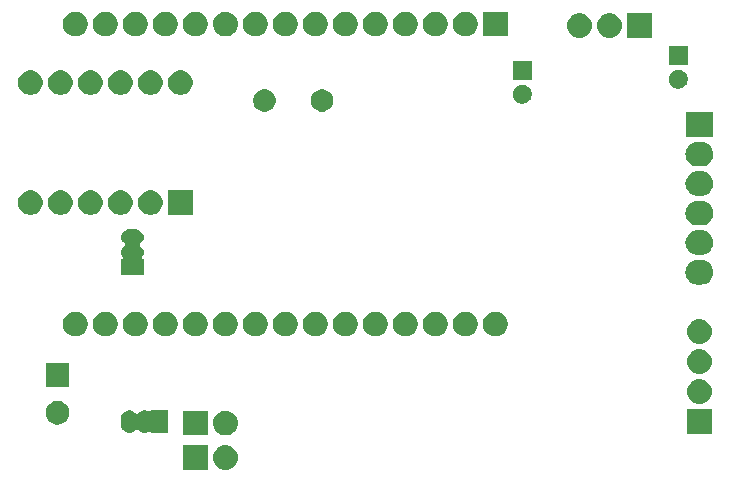
<source format=gbs>
%TF.GenerationSoftware,KiCad,Pcbnew,(5.0.0)*%
%TF.CreationDate,2019-11-04T22:18:49+01:00*%
%TF.ProjectId,PSAVanCanBridge_v14,50534156616E43616E4272696467655F,rev?*%
%TF.SameCoordinates,Original*%
%TF.FileFunction,Soldermask,Bot*%
%TF.FilePolarity,Negative*%
%FSLAX46Y46*%
G04 Gerber Fmt 4.6, Leading zero omitted, Abs format (unit mm)*
G04 Created by KiCad (PCBNEW (5.0.0)) date 11/04/19 22:18:49*
%MOMM*%
%LPD*%
G01*
G04 APERTURE LIST*
%ADD10C,0.100000*%
G04 APERTURE END LIST*
D10*
G36*
X70232707Y-88365596D02*
X70309836Y-88373193D01*
X70441787Y-88413220D01*
X70507763Y-88433233D01*
X70690172Y-88530733D01*
X70850054Y-88661946D01*
X70981267Y-88821828D01*
X71078767Y-89004237D01*
X71078767Y-89004238D01*
X71138807Y-89202164D01*
X71159080Y-89408000D01*
X71138807Y-89613836D01*
X71098780Y-89745787D01*
X71078767Y-89811763D01*
X70981267Y-89994172D01*
X70850054Y-90154054D01*
X70690172Y-90285267D01*
X70507763Y-90382767D01*
X70441787Y-90402780D01*
X70309836Y-90442807D01*
X70232707Y-90450403D01*
X70155580Y-90458000D01*
X70052420Y-90458000D01*
X69975293Y-90450403D01*
X69898164Y-90442807D01*
X69766213Y-90402780D01*
X69700237Y-90382767D01*
X69517828Y-90285267D01*
X69357946Y-90154054D01*
X69226733Y-89994172D01*
X69129233Y-89811763D01*
X69109220Y-89745787D01*
X69069193Y-89613836D01*
X69048920Y-89408000D01*
X69069193Y-89202164D01*
X69129233Y-89004238D01*
X69129233Y-89004237D01*
X69226733Y-88821828D01*
X69357946Y-88661946D01*
X69517828Y-88530733D01*
X69700237Y-88433233D01*
X69766213Y-88413220D01*
X69898164Y-88373193D01*
X69975293Y-88365596D01*
X70052420Y-88358000D01*
X70155580Y-88358000D01*
X70232707Y-88365596D01*
X70232707Y-88365596D01*
G37*
G36*
X68614000Y-90458000D02*
X66514000Y-90458000D01*
X66514000Y-88358000D01*
X68614000Y-88358000D01*
X68614000Y-90458000D01*
X68614000Y-90458000D01*
G37*
G36*
X70232707Y-85444597D02*
X70309836Y-85452193D01*
X70441787Y-85492220D01*
X70507763Y-85512233D01*
X70690172Y-85609733D01*
X70850054Y-85740946D01*
X70981267Y-85900828D01*
X71078767Y-86083237D01*
X71078767Y-86083238D01*
X71138807Y-86281164D01*
X71159080Y-86487000D01*
X71138807Y-86692836D01*
X71098780Y-86824787D01*
X71078767Y-86890763D01*
X70981267Y-87073172D01*
X70850054Y-87233054D01*
X70690172Y-87364267D01*
X70507763Y-87461767D01*
X70441787Y-87481780D01*
X70309836Y-87521807D01*
X70232707Y-87529403D01*
X70155580Y-87537000D01*
X70052420Y-87537000D01*
X69975293Y-87529403D01*
X69898164Y-87521807D01*
X69766213Y-87481780D01*
X69700237Y-87461767D01*
X69517828Y-87364267D01*
X69357946Y-87233054D01*
X69226733Y-87073172D01*
X69129233Y-86890763D01*
X69109220Y-86824787D01*
X69069193Y-86692836D01*
X69048920Y-86487000D01*
X69069193Y-86281164D01*
X69129233Y-86083238D01*
X69129233Y-86083237D01*
X69226733Y-85900828D01*
X69357946Y-85740946D01*
X69517828Y-85609733D01*
X69700237Y-85512233D01*
X69766213Y-85492220D01*
X69898164Y-85452193D01*
X69975293Y-85444597D01*
X70052420Y-85437000D01*
X70155580Y-85437000D01*
X70232707Y-85444597D01*
X70232707Y-85444597D01*
G37*
G36*
X68614000Y-87537000D02*
X66514000Y-87537000D01*
X66514000Y-85437000D01*
X68614000Y-85437000D01*
X68614000Y-87537000D01*
X68614000Y-87537000D01*
G37*
G36*
X111286000Y-87410000D02*
X109186000Y-87410000D01*
X109186000Y-85310000D01*
X111286000Y-85310000D01*
X111286000Y-87410000D01*
X111286000Y-87410000D01*
G37*
G36*
X62023375Y-85411159D02*
X62118125Y-85420491D01*
X62209234Y-85448128D01*
X62254789Y-85461947D01*
X62380738Y-85529269D01*
X62491132Y-85619868D01*
X62514374Y-85648188D01*
X62531701Y-85665515D01*
X62552075Y-85679129D01*
X62574714Y-85688507D01*
X62598748Y-85693287D01*
X62623252Y-85693287D01*
X62647286Y-85688507D01*
X62669925Y-85679129D01*
X62690299Y-85665515D01*
X62707625Y-85648190D01*
X62730870Y-85619867D01*
X62841263Y-85529269D01*
X62967212Y-85461947D01*
X63012767Y-85448128D01*
X63103876Y-85420491D01*
X63246000Y-85406493D01*
X63246001Y-85406493D01*
X63293375Y-85411159D01*
X63388125Y-85420491D01*
X63479234Y-85448128D01*
X63524789Y-85461947D01*
X63607075Y-85505931D01*
X63629713Y-85515308D01*
X63653747Y-85520089D01*
X63678251Y-85520089D01*
X63702285Y-85515309D01*
X63724924Y-85505932D01*
X63745298Y-85492318D01*
X63762626Y-85474991D01*
X63776240Y-85454616D01*
X63785617Y-85431978D01*
X63789989Y-85410000D01*
X65241000Y-85410000D01*
X65241000Y-87310000D01*
X63789591Y-87310000D01*
X63788598Y-87299923D01*
X63781485Y-87276474D01*
X63769934Y-87254863D01*
X63754388Y-87235921D01*
X63735446Y-87220375D01*
X63713835Y-87208824D01*
X63690386Y-87201711D01*
X63666000Y-87199309D01*
X63641614Y-87201711D01*
X63618165Y-87208824D01*
X63607075Y-87214069D01*
X63524788Y-87258053D01*
X63479233Y-87271872D01*
X63388124Y-87299509D01*
X63246000Y-87313507D01*
X63245999Y-87313507D01*
X63198625Y-87308841D01*
X63103875Y-87299509D01*
X63012766Y-87271872D01*
X62967211Y-87258053D01*
X62841262Y-87190731D01*
X62730868Y-87100132D01*
X62707626Y-87071812D01*
X62690299Y-87054485D01*
X62669925Y-87040871D01*
X62647286Y-87031493D01*
X62623252Y-87026713D01*
X62598748Y-87026713D01*
X62574714Y-87031493D01*
X62552075Y-87040871D01*
X62531701Y-87054485D01*
X62514374Y-87071812D01*
X62491132Y-87100132D01*
X62380737Y-87190731D01*
X62254788Y-87258053D01*
X62209233Y-87271872D01*
X62118124Y-87299509D01*
X61976000Y-87313507D01*
X61975999Y-87313507D01*
X61928625Y-87308841D01*
X61833875Y-87299509D01*
X61742766Y-87271872D01*
X61697211Y-87258053D01*
X61571262Y-87190731D01*
X61460868Y-87100132D01*
X61370269Y-86989737D01*
X61302947Y-86863788D01*
X61289128Y-86818233D01*
X61261491Y-86727124D01*
X61251000Y-86620606D01*
X61251000Y-86099393D01*
X61261491Y-85992875D01*
X61302947Y-85856212D01*
X61302947Y-85856211D01*
X61370268Y-85730265D01*
X61370269Y-85730263D01*
X61460869Y-85619868D01*
X61460871Y-85619866D01*
X61571263Y-85529269D01*
X61697212Y-85461947D01*
X61742767Y-85448128D01*
X61833876Y-85420491D01*
X61976000Y-85406493D01*
X61976001Y-85406493D01*
X62023375Y-85411159D01*
X62023375Y-85411159D01*
G37*
G36*
X56055770Y-84638372D02*
X56171689Y-84661429D01*
X56353678Y-84736811D01*
X56517463Y-84846249D01*
X56656751Y-84985537D01*
X56766189Y-85149322D01*
X56841571Y-85331311D01*
X56856525Y-85406493D01*
X56880000Y-85524507D01*
X56880000Y-85721493D01*
X56864628Y-85798770D01*
X56841571Y-85914689D01*
X56766189Y-86096678D01*
X56656751Y-86260463D01*
X56517463Y-86399751D01*
X56353678Y-86509189D01*
X56171689Y-86584571D01*
X56055770Y-86607628D01*
X55978493Y-86623000D01*
X55781507Y-86623000D01*
X55704230Y-86607628D01*
X55588311Y-86584571D01*
X55406322Y-86509189D01*
X55242537Y-86399751D01*
X55103249Y-86260463D01*
X54993811Y-86096678D01*
X54918429Y-85914689D01*
X54895372Y-85798770D01*
X54880000Y-85721493D01*
X54880000Y-85524507D01*
X54903475Y-85406493D01*
X54918429Y-85331311D01*
X54993811Y-85149322D01*
X55103249Y-84985537D01*
X55242537Y-84846249D01*
X55406322Y-84736811D01*
X55588311Y-84661429D01*
X55704230Y-84638372D01*
X55781507Y-84623000D01*
X55978493Y-84623000D01*
X56055770Y-84638372D01*
X56055770Y-84638372D01*
G37*
G36*
X110364707Y-82777596D02*
X110441836Y-82785193D01*
X110573787Y-82825220D01*
X110639763Y-82845233D01*
X110822172Y-82942733D01*
X110982054Y-83073946D01*
X111113267Y-83233828D01*
X111210767Y-83416237D01*
X111210767Y-83416238D01*
X111270807Y-83614164D01*
X111291080Y-83820000D01*
X111270807Y-84025836D01*
X111230780Y-84157787D01*
X111210767Y-84223763D01*
X111113267Y-84406172D01*
X110982054Y-84566054D01*
X110822172Y-84697267D01*
X110639763Y-84794767D01*
X110573787Y-84814780D01*
X110441836Y-84854807D01*
X110364707Y-84862403D01*
X110287580Y-84870000D01*
X110184420Y-84870000D01*
X110107293Y-84862403D01*
X110030164Y-84854807D01*
X109898213Y-84814780D01*
X109832237Y-84794767D01*
X109649828Y-84697267D01*
X109489946Y-84566054D01*
X109358733Y-84406172D01*
X109261233Y-84223763D01*
X109241220Y-84157787D01*
X109201193Y-84025836D01*
X109180920Y-83820000D01*
X109201193Y-83614164D01*
X109261233Y-83416238D01*
X109261233Y-83416237D01*
X109358733Y-83233828D01*
X109489946Y-83073946D01*
X109649828Y-82942733D01*
X109832237Y-82845233D01*
X109898213Y-82825220D01*
X110030164Y-82785193D01*
X110107293Y-82777596D01*
X110184420Y-82770000D01*
X110287580Y-82770000D01*
X110364707Y-82777596D01*
X110364707Y-82777596D01*
G37*
G36*
X56880000Y-83423000D02*
X54880000Y-83423000D01*
X54880000Y-81423000D01*
X56880000Y-81423000D01*
X56880000Y-83423000D01*
X56880000Y-83423000D01*
G37*
G36*
X110364707Y-80237597D02*
X110441836Y-80245193D01*
X110573787Y-80285220D01*
X110639763Y-80305233D01*
X110822172Y-80402733D01*
X110982054Y-80533946D01*
X111113267Y-80693828D01*
X111210767Y-80876237D01*
X111210767Y-80876238D01*
X111270807Y-81074164D01*
X111291080Y-81280000D01*
X111270807Y-81485836D01*
X111230780Y-81617787D01*
X111210767Y-81683763D01*
X111113267Y-81866172D01*
X110982054Y-82026054D01*
X110822172Y-82157267D01*
X110639763Y-82254767D01*
X110573787Y-82274780D01*
X110441836Y-82314807D01*
X110364707Y-82322404D01*
X110287580Y-82330000D01*
X110184420Y-82330000D01*
X110107293Y-82322404D01*
X110030164Y-82314807D01*
X109898213Y-82274780D01*
X109832237Y-82254767D01*
X109649828Y-82157267D01*
X109489946Y-82026054D01*
X109358733Y-81866172D01*
X109261233Y-81683763D01*
X109241220Y-81617787D01*
X109201193Y-81485836D01*
X109180920Y-81280000D01*
X109201193Y-81074164D01*
X109261233Y-80876238D01*
X109261233Y-80876237D01*
X109358733Y-80693828D01*
X109489946Y-80533946D01*
X109649828Y-80402733D01*
X109832237Y-80305233D01*
X109898213Y-80285220D01*
X110030164Y-80245193D01*
X110107293Y-80237597D01*
X110184420Y-80230000D01*
X110287580Y-80230000D01*
X110364707Y-80237597D01*
X110364707Y-80237597D01*
G37*
G36*
X110364707Y-77697597D02*
X110441836Y-77705193D01*
X110573787Y-77745220D01*
X110639763Y-77765233D01*
X110822172Y-77862733D01*
X110982054Y-77993946D01*
X111113267Y-78153828D01*
X111210767Y-78336237D01*
X111210767Y-78336238D01*
X111270807Y-78534164D01*
X111291080Y-78740000D01*
X111270807Y-78945836D01*
X111243609Y-79035497D01*
X111210767Y-79143763D01*
X111113267Y-79326172D01*
X110982054Y-79486054D01*
X110822172Y-79617267D01*
X110639763Y-79714767D01*
X110573787Y-79734780D01*
X110441836Y-79774807D01*
X110364707Y-79782403D01*
X110287580Y-79790000D01*
X110184420Y-79790000D01*
X110107293Y-79782403D01*
X110030164Y-79774807D01*
X109898213Y-79734780D01*
X109832237Y-79714767D01*
X109649828Y-79617267D01*
X109489946Y-79486054D01*
X109358733Y-79326172D01*
X109261233Y-79143763D01*
X109228391Y-79035497D01*
X109201193Y-78945836D01*
X109180920Y-78740000D01*
X109201193Y-78534164D01*
X109261233Y-78336238D01*
X109261233Y-78336237D01*
X109358733Y-78153828D01*
X109489946Y-77993946D01*
X109649828Y-77862733D01*
X109832237Y-77765233D01*
X109898213Y-77745220D01*
X110030164Y-77705193D01*
X110107293Y-77697597D01*
X110184420Y-77690000D01*
X110287580Y-77690000D01*
X110364707Y-77697597D01*
X110364707Y-77697597D01*
G37*
G36*
X93089888Y-77059470D02*
X93270274Y-77095350D01*
X93461362Y-77174502D01*
X93633336Y-77289411D01*
X93779589Y-77435664D01*
X93894498Y-77607638D01*
X93973650Y-77798726D01*
X94014000Y-78001584D01*
X94014000Y-78208416D01*
X93973650Y-78411274D01*
X93894498Y-78602362D01*
X93779589Y-78774336D01*
X93633336Y-78920589D01*
X93461362Y-79035498D01*
X93270274Y-79114650D01*
X93089888Y-79150530D01*
X93067417Y-79155000D01*
X92860583Y-79155000D01*
X92838112Y-79150530D01*
X92657726Y-79114650D01*
X92466638Y-79035498D01*
X92294664Y-78920589D01*
X92148411Y-78774336D01*
X92033502Y-78602362D01*
X91954350Y-78411274D01*
X91914000Y-78208416D01*
X91914000Y-78001584D01*
X91954350Y-77798726D01*
X92033502Y-77607638D01*
X92148411Y-77435664D01*
X92294664Y-77289411D01*
X92466638Y-77174502D01*
X92657726Y-77095350D01*
X92838112Y-77059470D01*
X92860583Y-77055000D01*
X93067417Y-77055000D01*
X93089888Y-77059470D01*
X93089888Y-77059470D01*
G37*
G36*
X90549888Y-77059470D02*
X90730274Y-77095350D01*
X90921362Y-77174502D01*
X91093336Y-77289411D01*
X91239589Y-77435664D01*
X91354498Y-77607638D01*
X91433650Y-77798726D01*
X91474000Y-78001584D01*
X91474000Y-78208416D01*
X91433650Y-78411274D01*
X91354498Y-78602362D01*
X91239589Y-78774336D01*
X91093336Y-78920589D01*
X90921362Y-79035498D01*
X90730274Y-79114650D01*
X90549888Y-79150530D01*
X90527417Y-79155000D01*
X90320583Y-79155000D01*
X90298112Y-79150530D01*
X90117726Y-79114650D01*
X89926638Y-79035498D01*
X89754664Y-78920589D01*
X89608411Y-78774336D01*
X89493502Y-78602362D01*
X89414350Y-78411274D01*
X89374000Y-78208416D01*
X89374000Y-78001584D01*
X89414350Y-77798726D01*
X89493502Y-77607638D01*
X89608411Y-77435664D01*
X89754664Y-77289411D01*
X89926638Y-77174502D01*
X90117726Y-77095350D01*
X90298112Y-77059470D01*
X90320583Y-77055000D01*
X90527417Y-77055000D01*
X90549888Y-77059470D01*
X90549888Y-77059470D01*
G37*
G36*
X88009888Y-77059470D02*
X88190274Y-77095350D01*
X88381362Y-77174502D01*
X88553336Y-77289411D01*
X88699589Y-77435664D01*
X88814498Y-77607638D01*
X88893650Y-77798726D01*
X88934000Y-78001584D01*
X88934000Y-78208416D01*
X88893650Y-78411274D01*
X88814498Y-78602362D01*
X88699589Y-78774336D01*
X88553336Y-78920589D01*
X88381362Y-79035498D01*
X88190274Y-79114650D01*
X88009888Y-79150530D01*
X87987417Y-79155000D01*
X87780583Y-79155000D01*
X87758112Y-79150530D01*
X87577726Y-79114650D01*
X87386638Y-79035498D01*
X87214664Y-78920589D01*
X87068411Y-78774336D01*
X86953502Y-78602362D01*
X86874350Y-78411274D01*
X86834000Y-78208416D01*
X86834000Y-78001584D01*
X86874350Y-77798726D01*
X86953502Y-77607638D01*
X87068411Y-77435664D01*
X87214664Y-77289411D01*
X87386638Y-77174502D01*
X87577726Y-77095350D01*
X87758112Y-77059470D01*
X87780583Y-77055000D01*
X87987417Y-77055000D01*
X88009888Y-77059470D01*
X88009888Y-77059470D01*
G37*
G36*
X85469888Y-77059470D02*
X85650274Y-77095350D01*
X85841362Y-77174502D01*
X86013336Y-77289411D01*
X86159589Y-77435664D01*
X86274498Y-77607638D01*
X86353650Y-77798726D01*
X86394000Y-78001584D01*
X86394000Y-78208416D01*
X86353650Y-78411274D01*
X86274498Y-78602362D01*
X86159589Y-78774336D01*
X86013336Y-78920589D01*
X85841362Y-79035498D01*
X85650274Y-79114650D01*
X85469888Y-79150530D01*
X85447417Y-79155000D01*
X85240583Y-79155000D01*
X85218112Y-79150530D01*
X85037726Y-79114650D01*
X84846638Y-79035498D01*
X84674664Y-78920589D01*
X84528411Y-78774336D01*
X84413502Y-78602362D01*
X84334350Y-78411274D01*
X84294000Y-78208416D01*
X84294000Y-78001584D01*
X84334350Y-77798726D01*
X84413502Y-77607638D01*
X84528411Y-77435664D01*
X84674664Y-77289411D01*
X84846638Y-77174502D01*
X85037726Y-77095350D01*
X85218112Y-77059470D01*
X85240583Y-77055000D01*
X85447417Y-77055000D01*
X85469888Y-77059470D01*
X85469888Y-77059470D01*
G37*
G36*
X67689888Y-77059470D02*
X67870274Y-77095350D01*
X68061362Y-77174502D01*
X68233336Y-77289411D01*
X68379589Y-77435664D01*
X68494498Y-77607638D01*
X68573650Y-77798726D01*
X68614000Y-78001584D01*
X68614000Y-78208416D01*
X68573650Y-78411274D01*
X68494498Y-78602362D01*
X68379589Y-78774336D01*
X68233336Y-78920589D01*
X68061362Y-79035498D01*
X67870274Y-79114650D01*
X67689888Y-79150530D01*
X67667417Y-79155000D01*
X67460583Y-79155000D01*
X67438112Y-79150530D01*
X67257726Y-79114650D01*
X67066638Y-79035498D01*
X66894664Y-78920589D01*
X66748411Y-78774336D01*
X66633502Y-78602362D01*
X66554350Y-78411274D01*
X66514000Y-78208416D01*
X66514000Y-78001584D01*
X66554350Y-77798726D01*
X66633502Y-77607638D01*
X66748411Y-77435664D01*
X66894664Y-77289411D01*
X67066638Y-77174502D01*
X67257726Y-77095350D01*
X67438112Y-77059470D01*
X67460583Y-77055000D01*
X67667417Y-77055000D01*
X67689888Y-77059470D01*
X67689888Y-77059470D01*
G37*
G36*
X82929888Y-77059470D02*
X83110274Y-77095350D01*
X83301362Y-77174502D01*
X83473336Y-77289411D01*
X83619589Y-77435664D01*
X83734498Y-77607638D01*
X83813650Y-77798726D01*
X83854000Y-78001584D01*
X83854000Y-78208416D01*
X83813650Y-78411274D01*
X83734498Y-78602362D01*
X83619589Y-78774336D01*
X83473336Y-78920589D01*
X83301362Y-79035498D01*
X83110274Y-79114650D01*
X82929888Y-79150530D01*
X82907417Y-79155000D01*
X82700583Y-79155000D01*
X82678112Y-79150530D01*
X82497726Y-79114650D01*
X82306638Y-79035498D01*
X82134664Y-78920589D01*
X81988411Y-78774336D01*
X81873502Y-78602362D01*
X81794350Y-78411274D01*
X81754000Y-78208416D01*
X81754000Y-78001584D01*
X81794350Y-77798726D01*
X81873502Y-77607638D01*
X81988411Y-77435664D01*
X82134664Y-77289411D01*
X82306638Y-77174502D01*
X82497726Y-77095350D01*
X82678112Y-77059470D01*
X82700583Y-77055000D01*
X82907417Y-77055000D01*
X82929888Y-77059470D01*
X82929888Y-77059470D01*
G37*
G36*
X80389888Y-77059470D02*
X80570274Y-77095350D01*
X80761362Y-77174502D01*
X80933336Y-77289411D01*
X81079589Y-77435664D01*
X81194498Y-77607638D01*
X81273650Y-77798726D01*
X81314000Y-78001584D01*
X81314000Y-78208416D01*
X81273650Y-78411274D01*
X81194498Y-78602362D01*
X81079589Y-78774336D01*
X80933336Y-78920589D01*
X80761362Y-79035498D01*
X80570274Y-79114650D01*
X80389888Y-79150530D01*
X80367417Y-79155000D01*
X80160583Y-79155000D01*
X80138112Y-79150530D01*
X79957726Y-79114650D01*
X79766638Y-79035498D01*
X79594664Y-78920589D01*
X79448411Y-78774336D01*
X79333502Y-78602362D01*
X79254350Y-78411274D01*
X79214000Y-78208416D01*
X79214000Y-78001584D01*
X79254350Y-77798726D01*
X79333502Y-77607638D01*
X79448411Y-77435664D01*
X79594664Y-77289411D01*
X79766638Y-77174502D01*
X79957726Y-77095350D01*
X80138112Y-77059470D01*
X80160583Y-77055000D01*
X80367417Y-77055000D01*
X80389888Y-77059470D01*
X80389888Y-77059470D01*
G37*
G36*
X77849888Y-77059470D02*
X78030274Y-77095350D01*
X78221362Y-77174502D01*
X78393336Y-77289411D01*
X78539589Y-77435664D01*
X78654498Y-77607638D01*
X78733650Y-77798726D01*
X78774000Y-78001584D01*
X78774000Y-78208416D01*
X78733650Y-78411274D01*
X78654498Y-78602362D01*
X78539589Y-78774336D01*
X78393336Y-78920589D01*
X78221362Y-79035498D01*
X78030274Y-79114650D01*
X77849888Y-79150530D01*
X77827417Y-79155000D01*
X77620583Y-79155000D01*
X77598112Y-79150530D01*
X77417726Y-79114650D01*
X77226638Y-79035498D01*
X77054664Y-78920589D01*
X76908411Y-78774336D01*
X76793502Y-78602362D01*
X76714350Y-78411274D01*
X76674000Y-78208416D01*
X76674000Y-78001584D01*
X76714350Y-77798726D01*
X76793502Y-77607638D01*
X76908411Y-77435664D01*
X77054664Y-77289411D01*
X77226638Y-77174502D01*
X77417726Y-77095350D01*
X77598112Y-77059470D01*
X77620583Y-77055000D01*
X77827417Y-77055000D01*
X77849888Y-77059470D01*
X77849888Y-77059470D01*
G37*
G36*
X75309888Y-77059470D02*
X75490274Y-77095350D01*
X75681362Y-77174502D01*
X75853336Y-77289411D01*
X75999589Y-77435664D01*
X76114498Y-77607638D01*
X76193650Y-77798726D01*
X76234000Y-78001584D01*
X76234000Y-78208416D01*
X76193650Y-78411274D01*
X76114498Y-78602362D01*
X75999589Y-78774336D01*
X75853336Y-78920589D01*
X75681362Y-79035498D01*
X75490274Y-79114650D01*
X75309888Y-79150530D01*
X75287417Y-79155000D01*
X75080583Y-79155000D01*
X75058112Y-79150530D01*
X74877726Y-79114650D01*
X74686638Y-79035498D01*
X74514664Y-78920589D01*
X74368411Y-78774336D01*
X74253502Y-78602362D01*
X74174350Y-78411274D01*
X74134000Y-78208416D01*
X74134000Y-78001584D01*
X74174350Y-77798726D01*
X74253502Y-77607638D01*
X74368411Y-77435664D01*
X74514664Y-77289411D01*
X74686638Y-77174502D01*
X74877726Y-77095350D01*
X75058112Y-77059470D01*
X75080583Y-77055000D01*
X75287417Y-77055000D01*
X75309888Y-77059470D01*
X75309888Y-77059470D01*
G37*
G36*
X72769888Y-77059470D02*
X72950274Y-77095350D01*
X73141362Y-77174502D01*
X73313336Y-77289411D01*
X73459589Y-77435664D01*
X73574498Y-77607638D01*
X73653650Y-77798726D01*
X73694000Y-78001584D01*
X73694000Y-78208416D01*
X73653650Y-78411274D01*
X73574498Y-78602362D01*
X73459589Y-78774336D01*
X73313336Y-78920589D01*
X73141362Y-79035498D01*
X72950274Y-79114650D01*
X72769888Y-79150530D01*
X72747417Y-79155000D01*
X72540583Y-79155000D01*
X72518112Y-79150530D01*
X72337726Y-79114650D01*
X72146638Y-79035498D01*
X71974664Y-78920589D01*
X71828411Y-78774336D01*
X71713502Y-78602362D01*
X71634350Y-78411274D01*
X71594000Y-78208416D01*
X71594000Y-78001584D01*
X71634350Y-77798726D01*
X71713502Y-77607638D01*
X71828411Y-77435664D01*
X71974664Y-77289411D01*
X72146638Y-77174502D01*
X72337726Y-77095350D01*
X72518112Y-77059470D01*
X72540583Y-77055000D01*
X72747417Y-77055000D01*
X72769888Y-77059470D01*
X72769888Y-77059470D01*
G37*
G36*
X70229888Y-77059470D02*
X70410274Y-77095350D01*
X70601362Y-77174502D01*
X70773336Y-77289411D01*
X70919589Y-77435664D01*
X71034498Y-77607638D01*
X71113650Y-77798726D01*
X71154000Y-78001584D01*
X71154000Y-78208416D01*
X71113650Y-78411274D01*
X71034498Y-78602362D01*
X70919589Y-78774336D01*
X70773336Y-78920589D01*
X70601362Y-79035498D01*
X70410274Y-79114650D01*
X70229888Y-79150530D01*
X70207417Y-79155000D01*
X70000583Y-79155000D01*
X69978112Y-79150530D01*
X69797726Y-79114650D01*
X69606638Y-79035498D01*
X69434664Y-78920589D01*
X69288411Y-78774336D01*
X69173502Y-78602362D01*
X69094350Y-78411274D01*
X69054000Y-78208416D01*
X69054000Y-78001584D01*
X69094350Y-77798726D01*
X69173502Y-77607638D01*
X69288411Y-77435664D01*
X69434664Y-77289411D01*
X69606638Y-77174502D01*
X69797726Y-77095350D01*
X69978112Y-77059470D01*
X70000583Y-77055000D01*
X70207417Y-77055000D01*
X70229888Y-77059470D01*
X70229888Y-77059470D01*
G37*
G36*
X65149888Y-77059470D02*
X65330274Y-77095350D01*
X65521362Y-77174502D01*
X65693336Y-77289411D01*
X65839589Y-77435664D01*
X65954498Y-77607638D01*
X66033650Y-77798726D01*
X66074000Y-78001584D01*
X66074000Y-78208416D01*
X66033650Y-78411274D01*
X65954498Y-78602362D01*
X65839589Y-78774336D01*
X65693336Y-78920589D01*
X65521362Y-79035498D01*
X65330274Y-79114650D01*
X65149888Y-79150530D01*
X65127417Y-79155000D01*
X64920583Y-79155000D01*
X64898112Y-79150530D01*
X64717726Y-79114650D01*
X64526638Y-79035498D01*
X64354664Y-78920589D01*
X64208411Y-78774336D01*
X64093502Y-78602362D01*
X64014350Y-78411274D01*
X63974000Y-78208416D01*
X63974000Y-78001584D01*
X64014350Y-77798726D01*
X64093502Y-77607638D01*
X64208411Y-77435664D01*
X64354664Y-77289411D01*
X64526638Y-77174502D01*
X64717726Y-77095350D01*
X64898112Y-77059470D01*
X64920583Y-77055000D01*
X65127417Y-77055000D01*
X65149888Y-77059470D01*
X65149888Y-77059470D01*
G37*
G36*
X62609888Y-77059470D02*
X62790274Y-77095350D01*
X62981362Y-77174502D01*
X63153336Y-77289411D01*
X63299589Y-77435664D01*
X63414498Y-77607638D01*
X63493650Y-77798726D01*
X63534000Y-78001584D01*
X63534000Y-78208416D01*
X63493650Y-78411274D01*
X63414498Y-78602362D01*
X63299589Y-78774336D01*
X63153336Y-78920589D01*
X62981362Y-79035498D01*
X62790274Y-79114650D01*
X62609888Y-79150530D01*
X62587417Y-79155000D01*
X62380583Y-79155000D01*
X62358112Y-79150530D01*
X62177726Y-79114650D01*
X61986638Y-79035498D01*
X61814664Y-78920589D01*
X61668411Y-78774336D01*
X61553502Y-78602362D01*
X61474350Y-78411274D01*
X61434000Y-78208416D01*
X61434000Y-78001584D01*
X61474350Y-77798726D01*
X61553502Y-77607638D01*
X61668411Y-77435664D01*
X61814664Y-77289411D01*
X61986638Y-77174502D01*
X62177726Y-77095350D01*
X62358112Y-77059470D01*
X62380583Y-77055000D01*
X62587417Y-77055000D01*
X62609888Y-77059470D01*
X62609888Y-77059470D01*
G37*
G36*
X57529888Y-77059470D02*
X57710274Y-77095350D01*
X57901362Y-77174502D01*
X58073336Y-77289411D01*
X58219589Y-77435664D01*
X58334498Y-77607638D01*
X58413650Y-77798726D01*
X58454000Y-78001584D01*
X58454000Y-78208416D01*
X58413650Y-78411274D01*
X58334498Y-78602362D01*
X58219589Y-78774336D01*
X58073336Y-78920589D01*
X57901362Y-79035498D01*
X57710274Y-79114650D01*
X57529888Y-79150530D01*
X57507417Y-79155000D01*
X57300583Y-79155000D01*
X57278112Y-79150530D01*
X57097726Y-79114650D01*
X56906638Y-79035498D01*
X56734664Y-78920589D01*
X56588411Y-78774336D01*
X56473502Y-78602362D01*
X56394350Y-78411274D01*
X56354000Y-78208416D01*
X56354000Y-78001584D01*
X56394350Y-77798726D01*
X56473502Y-77607638D01*
X56588411Y-77435664D01*
X56734664Y-77289411D01*
X56906638Y-77174502D01*
X57097726Y-77095350D01*
X57278112Y-77059470D01*
X57300583Y-77055000D01*
X57507417Y-77055000D01*
X57529888Y-77059470D01*
X57529888Y-77059470D01*
G37*
G36*
X60069888Y-77059470D02*
X60250274Y-77095350D01*
X60441362Y-77174502D01*
X60613336Y-77289411D01*
X60759589Y-77435664D01*
X60874498Y-77607638D01*
X60953650Y-77798726D01*
X60994000Y-78001584D01*
X60994000Y-78208416D01*
X60953650Y-78411274D01*
X60874498Y-78602362D01*
X60759589Y-78774336D01*
X60613336Y-78920589D01*
X60441362Y-79035498D01*
X60250274Y-79114650D01*
X60069888Y-79150530D01*
X60047417Y-79155000D01*
X59840583Y-79155000D01*
X59818112Y-79150530D01*
X59637726Y-79114650D01*
X59446638Y-79035498D01*
X59274664Y-78920589D01*
X59128411Y-78774336D01*
X59013502Y-78602362D01*
X58934350Y-78411274D01*
X58894000Y-78208416D01*
X58894000Y-78001584D01*
X58934350Y-77798726D01*
X59013502Y-77607638D01*
X59128411Y-77435664D01*
X59274664Y-77289411D01*
X59446638Y-77174502D01*
X59637726Y-77095350D01*
X59818112Y-77059470D01*
X59840583Y-77055000D01*
X60047417Y-77055000D01*
X60069888Y-77059470D01*
X60069888Y-77059470D01*
G37*
G36*
X110489707Y-72671597D02*
X110566836Y-72679193D01*
X110698787Y-72719220D01*
X110764763Y-72739233D01*
X110947172Y-72836733D01*
X111107054Y-72967946D01*
X111238267Y-73127828D01*
X111335767Y-73310237D01*
X111335767Y-73310238D01*
X111395807Y-73508164D01*
X111416080Y-73714000D01*
X111395807Y-73919836D01*
X111393027Y-73929000D01*
X111335767Y-74117763D01*
X111238267Y-74300172D01*
X111107054Y-74460054D01*
X110947172Y-74591267D01*
X110764763Y-74688767D01*
X110698787Y-74708780D01*
X110566836Y-74748807D01*
X110489707Y-74756404D01*
X110412580Y-74764000D01*
X110059420Y-74764000D01*
X109982293Y-74756404D01*
X109905164Y-74748807D01*
X109773213Y-74708780D01*
X109707237Y-74688767D01*
X109524828Y-74591267D01*
X109364946Y-74460054D01*
X109233733Y-74300172D01*
X109136233Y-74117763D01*
X109078973Y-73929000D01*
X109076193Y-73919836D01*
X109055920Y-73714000D01*
X109076193Y-73508164D01*
X109136233Y-73310238D01*
X109136233Y-73310237D01*
X109233733Y-73127828D01*
X109364946Y-72967946D01*
X109524828Y-72836733D01*
X109707237Y-72739233D01*
X109773213Y-72719220D01*
X109905164Y-72679193D01*
X109982293Y-72671597D01*
X110059420Y-72664000D01*
X110412580Y-72664000D01*
X110489707Y-72671597D01*
X110489707Y-72671597D01*
G37*
G36*
X62645486Y-70097229D02*
X62657423Y-70098405D01*
X62718685Y-70116989D01*
X62779948Y-70135573D01*
X62892868Y-70195930D01*
X62991843Y-70277157D01*
X63073070Y-70376132D01*
X63133427Y-70489052D01*
X63170595Y-70611578D01*
X63183145Y-70739000D01*
X63170595Y-70866422D01*
X63133427Y-70988948D01*
X63073070Y-71101868D01*
X62991843Y-71200843D01*
X62991841Y-71200844D01*
X62991840Y-71200846D01*
X62898590Y-71277374D01*
X62881263Y-71294701D01*
X62867649Y-71315075D01*
X62858271Y-71337714D01*
X62853491Y-71361748D01*
X62853491Y-71386252D01*
X62858271Y-71410285D01*
X62867649Y-71432924D01*
X62881263Y-71453299D01*
X62898590Y-71470626D01*
X62991840Y-71547154D01*
X62991841Y-71547156D01*
X62991843Y-71547157D01*
X63073070Y-71646132D01*
X63133427Y-71759052D01*
X63170595Y-71881578D01*
X63183145Y-72009000D01*
X63170595Y-72136422D01*
X63133427Y-72258948D01*
X63073070Y-72371868D01*
X63029706Y-72424707D01*
X63016097Y-72445076D01*
X63006719Y-72467715D01*
X63001939Y-72491748D01*
X63001939Y-72516253D01*
X63006720Y-72540286D01*
X63016097Y-72562925D01*
X63029711Y-72583299D01*
X63047038Y-72600627D01*
X63067413Y-72614240D01*
X63090052Y-72623618D01*
X63126337Y-72629000D01*
X63180000Y-72629000D01*
X63180000Y-73929000D01*
X61280000Y-73929000D01*
X61280000Y-72629000D01*
X61333663Y-72629000D01*
X61358049Y-72626598D01*
X61381498Y-72619485D01*
X61403109Y-72607934D01*
X61422051Y-72592388D01*
X61437597Y-72573446D01*
X61449148Y-72551835D01*
X61456261Y-72528386D01*
X61458663Y-72504000D01*
X61456261Y-72479614D01*
X61449148Y-72456165D01*
X61430292Y-72424705D01*
X61386930Y-72371868D01*
X61326573Y-72258948D01*
X61289405Y-72136422D01*
X61276855Y-72009000D01*
X61289405Y-71881578D01*
X61326573Y-71759052D01*
X61386930Y-71646132D01*
X61468157Y-71547157D01*
X61468159Y-71547156D01*
X61468160Y-71547154D01*
X61561410Y-71470626D01*
X61578737Y-71453299D01*
X61592351Y-71432925D01*
X61601729Y-71410286D01*
X61606509Y-71386252D01*
X61606509Y-71361748D01*
X61601729Y-71337715D01*
X61592351Y-71315076D01*
X61578737Y-71294701D01*
X61561410Y-71277374D01*
X61468160Y-71200846D01*
X61468159Y-71200844D01*
X61468157Y-71200843D01*
X61386930Y-71101868D01*
X61326573Y-70988948D01*
X61289405Y-70866422D01*
X61276855Y-70739000D01*
X61289405Y-70611578D01*
X61326573Y-70489052D01*
X61386930Y-70376132D01*
X61468157Y-70277157D01*
X61567132Y-70195930D01*
X61680052Y-70135573D01*
X61741315Y-70116989D01*
X61802577Y-70098405D01*
X61814514Y-70097229D01*
X61898068Y-70089000D01*
X62561932Y-70089000D01*
X62645486Y-70097229D01*
X62645486Y-70097229D01*
G37*
G36*
X110489707Y-70171596D02*
X110566836Y-70179193D01*
X110698787Y-70219220D01*
X110764763Y-70239233D01*
X110947172Y-70336733D01*
X111107054Y-70467946D01*
X111238267Y-70627828D01*
X111335767Y-70810237D01*
X111355780Y-70876213D01*
X111395807Y-71008164D01*
X111416080Y-71214000D01*
X111395807Y-71419836D01*
X111380400Y-71470626D01*
X111335767Y-71617763D01*
X111238267Y-71800172D01*
X111107054Y-71960054D01*
X110947172Y-72091267D01*
X110764763Y-72188767D01*
X110698787Y-72208780D01*
X110566836Y-72248807D01*
X110489707Y-72256403D01*
X110412580Y-72264000D01*
X110059420Y-72264000D01*
X109982293Y-72256403D01*
X109905164Y-72248807D01*
X109773213Y-72208780D01*
X109707237Y-72188767D01*
X109524828Y-72091267D01*
X109364946Y-71960054D01*
X109233733Y-71800172D01*
X109136233Y-71617763D01*
X109091600Y-71470626D01*
X109076193Y-71419836D01*
X109055920Y-71214000D01*
X109076193Y-71008164D01*
X109116220Y-70876213D01*
X109136233Y-70810237D01*
X109233733Y-70627828D01*
X109364946Y-70467946D01*
X109524828Y-70336733D01*
X109707237Y-70239233D01*
X109773213Y-70219220D01*
X109905164Y-70179193D01*
X109982293Y-70171596D01*
X110059420Y-70164000D01*
X110412580Y-70164000D01*
X110489707Y-70171596D01*
X110489707Y-70171596D01*
G37*
G36*
X110489707Y-67671597D02*
X110566836Y-67679193D01*
X110683505Y-67714584D01*
X110764763Y-67739233D01*
X110947172Y-67836733D01*
X111107054Y-67967946D01*
X111238267Y-68127828D01*
X111335767Y-68310237D01*
X111355780Y-68376213D01*
X111395807Y-68508164D01*
X111416080Y-68714000D01*
X111395807Y-68919836D01*
X111355780Y-69051787D01*
X111335767Y-69117763D01*
X111238267Y-69300172D01*
X111107054Y-69460054D01*
X110947172Y-69591267D01*
X110764763Y-69688767D01*
X110698787Y-69708780D01*
X110566836Y-69748807D01*
X110489707Y-69756404D01*
X110412580Y-69764000D01*
X110059420Y-69764000D01*
X109982293Y-69756404D01*
X109905164Y-69748807D01*
X109773213Y-69708780D01*
X109707237Y-69688767D01*
X109524828Y-69591267D01*
X109364946Y-69460054D01*
X109233733Y-69300172D01*
X109136233Y-69117763D01*
X109116220Y-69051787D01*
X109076193Y-68919836D01*
X109055920Y-68714000D01*
X109076193Y-68508164D01*
X109116220Y-68376213D01*
X109136233Y-68310237D01*
X109233733Y-68127828D01*
X109364946Y-67967946D01*
X109524828Y-67836733D01*
X109707237Y-67739233D01*
X109788495Y-67714584D01*
X109905164Y-67679193D01*
X109982293Y-67671597D01*
X110059420Y-67664000D01*
X110412580Y-67664000D01*
X110489707Y-67671597D01*
X110489707Y-67671597D01*
G37*
G36*
X53719888Y-66772470D02*
X53900274Y-66808350D01*
X54091362Y-66887502D01*
X54263336Y-67002411D01*
X54409589Y-67148664D01*
X54524498Y-67320638D01*
X54603650Y-67511726D01*
X54644000Y-67714584D01*
X54644000Y-67921416D01*
X54603650Y-68124274D01*
X54524498Y-68315362D01*
X54409589Y-68487336D01*
X54263336Y-68633589D01*
X54091362Y-68748498D01*
X53900274Y-68827650D01*
X53719888Y-68863530D01*
X53697417Y-68868000D01*
X53490583Y-68868000D01*
X53468112Y-68863530D01*
X53287726Y-68827650D01*
X53096638Y-68748498D01*
X52924664Y-68633589D01*
X52778411Y-68487336D01*
X52663502Y-68315362D01*
X52584350Y-68124274D01*
X52544000Y-67921416D01*
X52544000Y-67714584D01*
X52584350Y-67511726D01*
X52663502Y-67320638D01*
X52778411Y-67148664D01*
X52924664Y-67002411D01*
X53096638Y-66887502D01*
X53287726Y-66808350D01*
X53468112Y-66772470D01*
X53490583Y-66768000D01*
X53697417Y-66768000D01*
X53719888Y-66772470D01*
X53719888Y-66772470D01*
G37*
G36*
X56259888Y-66772470D02*
X56440274Y-66808350D01*
X56631362Y-66887502D01*
X56803336Y-67002411D01*
X56949589Y-67148664D01*
X57064498Y-67320638D01*
X57143650Y-67511726D01*
X57184000Y-67714584D01*
X57184000Y-67921416D01*
X57143650Y-68124274D01*
X57064498Y-68315362D01*
X56949589Y-68487336D01*
X56803336Y-68633589D01*
X56631362Y-68748498D01*
X56440274Y-68827650D01*
X56259888Y-68863530D01*
X56237417Y-68868000D01*
X56030583Y-68868000D01*
X56008112Y-68863530D01*
X55827726Y-68827650D01*
X55636638Y-68748498D01*
X55464664Y-68633589D01*
X55318411Y-68487336D01*
X55203502Y-68315362D01*
X55124350Y-68124274D01*
X55084000Y-67921416D01*
X55084000Y-67714584D01*
X55124350Y-67511726D01*
X55203502Y-67320638D01*
X55318411Y-67148664D01*
X55464664Y-67002411D01*
X55636638Y-66887502D01*
X55827726Y-66808350D01*
X56008112Y-66772470D01*
X56030583Y-66768000D01*
X56237417Y-66768000D01*
X56259888Y-66772470D01*
X56259888Y-66772470D01*
G37*
G36*
X63879888Y-66772470D02*
X64060274Y-66808350D01*
X64251362Y-66887502D01*
X64423336Y-67002411D01*
X64569589Y-67148664D01*
X64684498Y-67320638D01*
X64763650Y-67511726D01*
X64804000Y-67714584D01*
X64804000Y-67921416D01*
X64763650Y-68124274D01*
X64684498Y-68315362D01*
X64569589Y-68487336D01*
X64423336Y-68633589D01*
X64251362Y-68748498D01*
X64060274Y-68827650D01*
X63879888Y-68863530D01*
X63857417Y-68868000D01*
X63650583Y-68868000D01*
X63628112Y-68863530D01*
X63447726Y-68827650D01*
X63256638Y-68748498D01*
X63084664Y-68633589D01*
X62938411Y-68487336D01*
X62823502Y-68315362D01*
X62744350Y-68124274D01*
X62704000Y-67921416D01*
X62704000Y-67714584D01*
X62744350Y-67511726D01*
X62823502Y-67320638D01*
X62938411Y-67148664D01*
X63084664Y-67002411D01*
X63256638Y-66887502D01*
X63447726Y-66808350D01*
X63628112Y-66772470D01*
X63650583Y-66768000D01*
X63857417Y-66768000D01*
X63879888Y-66772470D01*
X63879888Y-66772470D01*
G37*
G36*
X67344000Y-68868000D02*
X65244000Y-68868000D01*
X65244000Y-66768000D01*
X67344000Y-66768000D01*
X67344000Y-68868000D01*
X67344000Y-68868000D01*
G37*
G36*
X61339888Y-66772470D02*
X61520274Y-66808350D01*
X61711362Y-66887502D01*
X61883336Y-67002411D01*
X62029589Y-67148664D01*
X62144498Y-67320638D01*
X62223650Y-67511726D01*
X62264000Y-67714584D01*
X62264000Y-67921416D01*
X62223650Y-68124274D01*
X62144498Y-68315362D01*
X62029589Y-68487336D01*
X61883336Y-68633589D01*
X61711362Y-68748498D01*
X61520274Y-68827650D01*
X61339888Y-68863530D01*
X61317417Y-68868000D01*
X61110583Y-68868000D01*
X61088112Y-68863530D01*
X60907726Y-68827650D01*
X60716638Y-68748498D01*
X60544664Y-68633589D01*
X60398411Y-68487336D01*
X60283502Y-68315362D01*
X60204350Y-68124274D01*
X60164000Y-67921416D01*
X60164000Y-67714584D01*
X60204350Y-67511726D01*
X60283502Y-67320638D01*
X60398411Y-67148664D01*
X60544664Y-67002411D01*
X60716638Y-66887502D01*
X60907726Y-66808350D01*
X61088112Y-66772470D01*
X61110583Y-66768000D01*
X61317417Y-66768000D01*
X61339888Y-66772470D01*
X61339888Y-66772470D01*
G37*
G36*
X58799888Y-66772470D02*
X58980274Y-66808350D01*
X59171362Y-66887502D01*
X59343336Y-67002411D01*
X59489589Y-67148664D01*
X59604498Y-67320638D01*
X59683650Y-67511726D01*
X59724000Y-67714584D01*
X59724000Y-67921416D01*
X59683650Y-68124274D01*
X59604498Y-68315362D01*
X59489589Y-68487336D01*
X59343336Y-68633589D01*
X59171362Y-68748498D01*
X58980274Y-68827650D01*
X58799888Y-68863530D01*
X58777417Y-68868000D01*
X58570583Y-68868000D01*
X58548112Y-68863530D01*
X58367726Y-68827650D01*
X58176638Y-68748498D01*
X58004664Y-68633589D01*
X57858411Y-68487336D01*
X57743502Y-68315362D01*
X57664350Y-68124274D01*
X57624000Y-67921416D01*
X57624000Y-67714584D01*
X57664350Y-67511726D01*
X57743502Y-67320638D01*
X57858411Y-67148664D01*
X58004664Y-67002411D01*
X58176638Y-66887502D01*
X58367726Y-66808350D01*
X58548112Y-66772470D01*
X58570583Y-66768000D01*
X58777417Y-66768000D01*
X58799888Y-66772470D01*
X58799888Y-66772470D01*
G37*
G36*
X110489707Y-65171597D02*
X110566836Y-65179193D01*
X110698787Y-65219220D01*
X110764763Y-65239233D01*
X110947172Y-65336733D01*
X111107054Y-65467946D01*
X111238267Y-65627828D01*
X111335767Y-65810237D01*
X111335767Y-65810238D01*
X111395807Y-66008164D01*
X111416080Y-66214000D01*
X111395807Y-66419836D01*
X111355780Y-66551787D01*
X111335767Y-66617763D01*
X111238267Y-66800172D01*
X111107054Y-66960054D01*
X110947172Y-67091267D01*
X110764763Y-67188767D01*
X110698787Y-67208780D01*
X110566836Y-67248807D01*
X110489707Y-67256404D01*
X110412580Y-67264000D01*
X110059420Y-67264000D01*
X109982293Y-67256404D01*
X109905164Y-67248807D01*
X109773213Y-67208780D01*
X109707237Y-67188767D01*
X109524828Y-67091267D01*
X109364946Y-66960054D01*
X109233733Y-66800172D01*
X109136233Y-66617763D01*
X109116220Y-66551787D01*
X109076193Y-66419836D01*
X109055920Y-66214000D01*
X109076193Y-66008164D01*
X109136233Y-65810238D01*
X109136233Y-65810237D01*
X109233733Y-65627828D01*
X109364946Y-65467946D01*
X109524828Y-65336733D01*
X109707237Y-65239233D01*
X109773213Y-65219220D01*
X109905164Y-65179193D01*
X109982293Y-65171597D01*
X110059420Y-65164000D01*
X110412580Y-65164000D01*
X110489707Y-65171597D01*
X110489707Y-65171597D01*
G37*
G36*
X110489707Y-62671596D02*
X110566836Y-62679193D01*
X110698787Y-62719220D01*
X110764763Y-62739233D01*
X110947172Y-62836733D01*
X111107054Y-62967946D01*
X111238267Y-63127828D01*
X111335767Y-63310237D01*
X111335767Y-63310238D01*
X111395807Y-63508164D01*
X111416080Y-63714000D01*
X111395807Y-63919836D01*
X111355780Y-64051787D01*
X111335767Y-64117763D01*
X111238267Y-64300172D01*
X111107054Y-64460054D01*
X110947172Y-64591267D01*
X110764763Y-64688767D01*
X110698787Y-64708780D01*
X110566836Y-64748807D01*
X110489707Y-64756404D01*
X110412580Y-64764000D01*
X110059420Y-64764000D01*
X109982293Y-64756404D01*
X109905164Y-64748807D01*
X109773213Y-64708780D01*
X109707237Y-64688767D01*
X109524828Y-64591267D01*
X109364946Y-64460054D01*
X109233733Y-64300172D01*
X109136233Y-64117763D01*
X109116220Y-64051787D01*
X109076193Y-63919836D01*
X109055920Y-63714000D01*
X109076193Y-63508164D01*
X109136233Y-63310238D01*
X109136233Y-63310237D01*
X109233733Y-63127828D01*
X109364946Y-62967946D01*
X109524828Y-62836733D01*
X109707237Y-62739233D01*
X109773213Y-62719220D01*
X109905164Y-62679193D01*
X109982293Y-62671596D01*
X110059420Y-62664000D01*
X110412580Y-62664000D01*
X110489707Y-62671596D01*
X110489707Y-62671596D01*
G37*
G36*
X111411000Y-62264000D02*
X109061000Y-62264000D01*
X109061000Y-60164000D01*
X111411000Y-60164000D01*
X111411000Y-62264000D01*
X111411000Y-62264000D01*
G37*
G36*
X73545451Y-58241127D02*
X73683105Y-58268508D01*
X73855994Y-58340121D01*
X74011590Y-58444087D01*
X74143913Y-58576410D01*
X74247879Y-58732006D01*
X74319492Y-58904895D01*
X74356000Y-59088433D01*
X74356000Y-59275567D01*
X74319492Y-59459105D01*
X74247879Y-59631994D01*
X74143913Y-59787590D01*
X74011590Y-59919913D01*
X73855994Y-60023879D01*
X73683105Y-60095492D01*
X73545451Y-60122873D01*
X73499568Y-60132000D01*
X73312432Y-60132000D01*
X73266549Y-60122873D01*
X73128895Y-60095492D01*
X72956006Y-60023879D01*
X72800410Y-59919913D01*
X72668087Y-59787590D01*
X72564121Y-59631994D01*
X72492508Y-59459105D01*
X72456000Y-59275567D01*
X72456000Y-59088433D01*
X72492508Y-58904895D01*
X72564121Y-58732006D01*
X72668087Y-58576410D01*
X72800410Y-58444087D01*
X72956006Y-58340121D01*
X73128895Y-58268508D01*
X73266549Y-58241127D01*
X73312432Y-58232000D01*
X73499568Y-58232000D01*
X73545451Y-58241127D01*
X73545451Y-58241127D01*
G37*
G36*
X78425451Y-58241127D02*
X78563105Y-58268508D01*
X78735994Y-58340121D01*
X78891590Y-58444087D01*
X79023913Y-58576410D01*
X79127879Y-58732006D01*
X79199492Y-58904895D01*
X79236000Y-59088433D01*
X79236000Y-59275567D01*
X79199492Y-59459105D01*
X79127879Y-59631994D01*
X79023913Y-59787590D01*
X78891590Y-59919913D01*
X78735994Y-60023879D01*
X78563105Y-60095492D01*
X78425451Y-60122873D01*
X78379568Y-60132000D01*
X78192432Y-60132000D01*
X78146549Y-60122873D01*
X78008895Y-60095492D01*
X77836006Y-60023879D01*
X77680410Y-59919913D01*
X77548087Y-59787590D01*
X77444121Y-59631994D01*
X77372508Y-59459105D01*
X77336000Y-59275567D01*
X77336000Y-59088433D01*
X77372508Y-58904895D01*
X77444121Y-58732006D01*
X77548087Y-58576410D01*
X77680410Y-58444087D01*
X77836006Y-58340121D01*
X78008895Y-58268508D01*
X78146549Y-58241127D01*
X78192432Y-58232000D01*
X78379568Y-58232000D01*
X78425451Y-58241127D01*
X78425451Y-58241127D01*
G37*
G36*
X95483352Y-57872743D02*
X95628941Y-57933048D01*
X95759973Y-58020601D01*
X95871399Y-58132027D01*
X95958952Y-58263059D01*
X96019257Y-58408648D01*
X96050000Y-58563205D01*
X96050000Y-58720795D01*
X96019257Y-58875352D01*
X95958952Y-59020941D01*
X95871399Y-59151973D01*
X95759973Y-59263399D01*
X95628941Y-59350952D01*
X95483352Y-59411257D01*
X95328795Y-59442000D01*
X95171205Y-59442000D01*
X95016648Y-59411257D01*
X94871059Y-59350952D01*
X94740027Y-59263399D01*
X94628601Y-59151973D01*
X94541048Y-59020941D01*
X94480743Y-58875352D01*
X94450000Y-58720795D01*
X94450000Y-58563205D01*
X94480743Y-58408648D01*
X94541048Y-58263059D01*
X94628601Y-58132027D01*
X94740027Y-58020601D01*
X94871059Y-57933048D01*
X95016648Y-57872743D01*
X95171205Y-57842000D01*
X95328795Y-57842000D01*
X95483352Y-57872743D01*
X95483352Y-57872743D01*
G37*
G36*
X66419888Y-56612470D02*
X66600274Y-56648350D01*
X66791362Y-56727502D01*
X66963336Y-56842411D01*
X67109589Y-56988664D01*
X67224498Y-57160638D01*
X67303650Y-57351726D01*
X67344000Y-57554584D01*
X67344000Y-57761416D01*
X67303650Y-57964274D01*
X67224498Y-58155362D01*
X67109589Y-58327336D01*
X66963336Y-58473589D01*
X66791362Y-58588498D01*
X66600274Y-58667650D01*
X66419888Y-58703530D01*
X66397417Y-58708000D01*
X66190583Y-58708000D01*
X66168112Y-58703530D01*
X65987726Y-58667650D01*
X65796638Y-58588498D01*
X65624664Y-58473589D01*
X65478411Y-58327336D01*
X65363502Y-58155362D01*
X65284350Y-57964274D01*
X65244000Y-57761416D01*
X65244000Y-57554584D01*
X65284350Y-57351726D01*
X65363502Y-57160638D01*
X65478411Y-56988664D01*
X65624664Y-56842411D01*
X65796638Y-56727502D01*
X65987726Y-56648350D01*
X66168112Y-56612470D01*
X66190583Y-56608000D01*
X66397417Y-56608000D01*
X66419888Y-56612470D01*
X66419888Y-56612470D01*
G37*
G36*
X53719888Y-56612470D02*
X53900274Y-56648350D01*
X54091362Y-56727502D01*
X54263336Y-56842411D01*
X54409589Y-56988664D01*
X54524498Y-57160638D01*
X54603650Y-57351726D01*
X54644000Y-57554584D01*
X54644000Y-57761416D01*
X54603650Y-57964274D01*
X54524498Y-58155362D01*
X54409589Y-58327336D01*
X54263336Y-58473589D01*
X54091362Y-58588498D01*
X53900274Y-58667650D01*
X53719888Y-58703530D01*
X53697417Y-58708000D01*
X53490583Y-58708000D01*
X53468112Y-58703530D01*
X53287726Y-58667650D01*
X53096638Y-58588498D01*
X52924664Y-58473589D01*
X52778411Y-58327336D01*
X52663502Y-58155362D01*
X52584350Y-57964274D01*
X52544000Y-57761416D01*
X52544000Y-57554584D01*
X52584350Y-57351726D01*
X52663502Y-57160638D01*
X52778411Y-56988664D01*
X52924664Y-56842411D01*
X53096638Y-56727502D01*
X53287726Y-56648350D01*
X53468112Y-56612470D01*
X53490583Y-56608000D01*
X53697417Y-56608000D01*
X53719888Y-56612470D01*
X53719888Y-56612470D01*
G37*
G36*
X56259888Y-56612470D02*
X56440274Y-56648350D01*
X56631362Y-56727502D01*
X56803336Y-56842411D01*
X56949589Y-56988664D01*
X57064498Y-57160638D01*
X57143650Y-57351726D01*
X57184000Y-57554584D01*
X57184000Y-57761416D01*
X57143650Y-57964274D01*
X57064498Y-58155362D01*
X56949589Y-58327336D01*
X56803336Y-58473589D01*
X56631362Y-58588498D01*
X56440274Y-58667650D01*
X56259888Y-58703530D01*
X56237417Y-58708000D01*
X56030583Y-58708000D01*
X56008112Y-58703530D01*
X55827726Y-58667650D01*
X55636638Y-58588498D01*
X55464664Y-58473589D01*
X55318411Y-58327336D01*
X55203502Y-58155362D01*
X55124350Y-57964274D01*
X55084000Y-57761416D01*
X55084000Y-57554584D01*
X55124350Y-57351726D01*
X55203502Y-57160638D01*
X55318411Y-56988664D01*
X55464664Y-56842411D01*
X55636638Y-56727502D01*
X55827726Y-56648350D01*
X56008112Y-56612470D01*
X56030583Y-56608000D01*
X56237417Y-56608000D01*
X56259888Y-56612470D01*
X56259888Y-56612470D01*
G37*
G36*
X58799888Y-56612470D02*
X58980274Y-56648350D01*
X59171362Y-56727502D01*
X59343336Y-56842411D01*
X59489589Y-56988664D01*
X59604498Y-57160638D01*
X59683650Y-57351726D01*
X59724000Y-57554584D01*
X59724000Y-57761416D01*
X59683650Y-57964274D01*
X59604498Y-58155362D01*
X59489589Y-58327336D01*
X59343336Y-58473589D01*
X59171362Y-58588498D01*
X58980274Y-58667650D01*
X58799888Y-58703530D01*
X58777417Y-58708000D01*
X58570583Y-58708000D01*
X58548112Y-58703530D01*
X58367726Y-58667650D01*
X58176638Y-58588498D01*
X58004664Y-58473589D01*
X57858411Y-58327336D01*
X57743502Y-58155362D01*
X57664350Y-57964274D01*
X57624000Y-57761416D01*
X57624000Y-57554584D01*
X57664350Y-57351726D01*
X57743502Y-57160638D01*
X57858411Y-56988664D01*
X58004664Y-56842411D01*
X58176638Y-56727502D01*
X58367726Y-56648350D01*
X58548112Y-56612470D01*
X58570583Y-56608000D01*
X58777417Y-56608000D01*
X58799888Y-56612470D01*
X58799888Y-56612470D01*
G37*
G36*
X61339888Y-56612470D02*
X61520274Y-56648350D01*
X61711362Y-56727502D01*
X61883336Y-56842411D01*
X62029589Y-56988664D01*
X62144498Y-57160638D01*
X62223650Y-57351726D01*
X62264000Y-57554584D01*
X62264000Y-57761416D01*
X62223650Y-57964274D01*
X62144498Y-58155362D01*
X62029589Y-58327336D01*
X61883336Y-58473589D01*
X61711362Y-58588498D01*
X61520274Y-58667650D01*
X61339888Y-58703530D01*
X61317417Y-58708000D01*
X61110583Y-58708000D01*
X61088112Y-58703530D01*
X60907726Y-58667650D01*
X60716638Y-58588498D01*
X60544664Y-58473589D01*
X60398411Y-58327336D01*
X60283502Y-58155362D01*
X60204350Y-57964274D01*
X60164000Y-57761416D01*
X60164000Y-57554584D01*
X60204350Y-57351726D01*
X60283502Y-57160638D01*
X60398411Y-56988664D01*
X60544664Y-56842411D01*
X60716638Y-56727502D01*
X60907726Y-56648350D01*
X61088112Y-56612470D01*
X61110583Y-56608000D01*
X61317417Y-56608000D01*
X61339888Y-56612470D01*
X61339888Y-56612470D01*
G37*
G36*
X63879888Y-56612470D02*
X64060274Y-56648350D01*
X64251362Y-56727502D01*
X64423336Y-56842411D01*
X64569589Y-56988664D01*
X64684498Y-57160638D01*
X64763650Y-57351726D01*
X64804000Y-57554584D01*
X64804000Y-57761416D01*
X64763650Y-57964274D01*
X64684498Y-58155362D01*
X64569589Y-58327336D01*
X64423336Y-58473589D01*
X64251362Y-58588498D01*
X64060274Y-58667650D01*
X63879888Y-58703530D01*
X63857417Y-58708000D01*
X63650583Y-58708000D01*
X63628112Y-58703530D01*
X63447726Y-58667650D01*
X63256638Y-58588498D01*
X63084664Y-58473589D01*
X62938411Y-58327336D01*
X62823502Y-58155362D01*
X62744350Y-57964274D01*
X62704000Y-57761416D01*
X62704000Y-57554584D01*
X62744350Y-57351726D01*
X62823502Y-57160638D01*
X62938411Y-56988664D01*
X63084664Y-56842411D01*
X63256638Y-56727502D01*
X63447726Y-56648350D01*
X63628112Y-56612470D01*
X63650583Y-56608000D01*
X63857417Y-56608000D01*
X63879888Y-56612470D01*
X63879888Y-56612470D01*
G37*
G36*
X108691352Y-56602743D02*
X108836941Y-56663048D01*
X108967973Y-56750601D01*
X109079399Y-56862027D01*
X109166952Y-56993059D01*
X109227257Y-57138648D01*
X109258000Y-57293205D01*
X109258000Y-57450795D01*
X109227257Y-57605352D01*
X109166952Y-57750941D01*
X109079399Y-57881973D01*
X108967973Y-57993399D01*
X108836941Y-58080952D01*
X108691352Y-58141257D01*
X108536795Y-58172000D01*
X108379205Y-58172000D01*
X108224648Y-58141257D01*
X108079059Y-58080952D01*
X107948027Y-57993399D01*
X107836601Y-57881973D01*
X107749048Y-57750941D01*
X107688743Y-57605352D01*
X107658000Y-57450795D01*
X107658000Y-57293205D01*
X107688743Y-57138648D01*
X107749048Y-56993059D01*
X107836601Y-56862027D01*
X107948027Y-56750601D01*
X108079059Y-56663048D01*
X108224648Y-56602743D01*
X108379205Y-56572000D01*
X108536795Y-56572000D01*
X108691352Y-56602743D01*
X108691352Y-56602743D01*
G37*
G36*
X96050000Y-57442000D02*
X94450000Y-57442000D01*
X94450000Y-55842000D01*
X96050000Y-55842000D01*
X96050000Y-57442000D01*
X96050000Y-57442000D01*
G37*
G36*
X109258000Y-56172000D02*
X107658000Y-56172000D01*
X107658000Y-54572000D01*
X109258000Y-54572000D01*
X109258000Y-56172000D01*
X109258000Y-56172000D01*
G37*
G36*
X106206000Y-53882000D02*
X104106000Y-53882000D01*
X104106000Y-51782000D01*
X106206000Y-51782000D01*
X106206000Y-53882000D01*
X106206000Y-53882000D01*
G37*
G36*
X102744707Y-51789596D02*
X102821836Y-51797193D01*
X102922513Y-51827733D01*
X103019763Y-51857233D01*
X103202172Y-51954733D01*
X103362054Y-52085946D01*
X103493267Y-52245828D01*
X103590767Y-52428237D01*
X103590767Y-52428238D01*
X103650807Y-52626164D01*
X103671080Y-52832000D01*
X103650807Y-53037836D01*
X103610780Y-53169787D01*
X103590767Y-53235763D01*
X103493267Y-53418172D01*
X103362054Y-53578054D01*
X103202172Y-53709267D01*
X103019763Y-53806767D01*
X102953787Y-53826780D01*
X102821836Y-53866807D01*
X102744707Y-53874403D01*
X102667580Y-53882000D01*
X102564420Y-53882000D01*
X102487293Y-53874403D01*
X102410164Y-53866807D01*
X102278213Y-53826780D01*
X102212237Y-53806767D01*
X102029828Y-53709267D01*
X101869946Y-53578054D01*
X101738733Y-53418172D01*
X101641233Y-53235763D01*
X101621220Y-53169787D01*
X101581193Y-53037836D01*
X101560920Y-52832000D01*
X101581193Y-52626164D01*
X101641233Y-52428238D01*
X101641233Y-52428237D01*
X101738733Y-52245828D01*
X101869946Y-52085946D01*
X102029828Y-51954733D01*
X102212237Y-51857233D01*
X102309487Y-51827733D01*
X102410164Y-51797193D01*
X102487293Y-51789596D01*
X102564420Y-51782000D01*
X102667580Y-51782000D01*
X102744707Y-51789596D01*
X102744707Y-51789596D01*
G37*
G36*
X100204707Y-51789596D02*
X100281836Y-51797193D01*
X100382513Y-51827733D01*
X100479763Y-51857233D01*
X100662172Y-51954733D01*
X100822054Y-52085946D01*
X100953267Y-52245828D01*
X101050767Y-52428237D01*
X101050767Y-52428238D01*
X101110807Y-52626164D01*
X101131080Y-52832000D01*
X101110807Y-53037836D01*
X101070780Y-53169787D01*
X101050767Y-53235763D01*
X100953267Y-53418172D01*
X100822054Y-53578054D01*
X100662172Y-53709267D01*
X100479763Y-53806767D01*
X100413787Y-53826780D01*
X100281836Y-53866807D01*
X100204707Y-53874403D01*
X100127580Y-53882000D01*
X100024420Y-53882000D01*
X99947293Y-53874403D01*
X99870164Y-53866807D01*
X99738213Y-53826780D01*
X99672237Y-53806767D01*
X99489828Y-53709267D01*
X99329946Y-53578054D01*
X99198733Y-53418172D01*
X99101233Y-53235763D01*
X99081220Y-53169787D01*
X99041193Y-53037836D01*
X99020920Y-52832000D01*
X99041193Y-52626164D01*
X99101233Y-52428238D01*
X99101233Y-52428237D01*
X99198733Y-52245828D01*
X99329946Y-52085946D01*
X99489828Y-51954733D01*
X99672237Y-51857233D01*
X99769487Y-51827733D01*
X99870164Y-51797193D01*
X99947293Y-51789596D01*
X100024420Y-51782000D01*
X100127580Y-51782000D01*
X100204707Y-51789596D01*
X100204707Y-51789596D01*
G37*
G36*
X60069888Y-51659470D02*
X60250274Y-51695350D01*
X60441362Y-51774502D01*
X60613336Y-51889411D01*
X60759589Y-52035664D01*
X60874498Y-52207638D01*
X60953650Y-52398726D01*
X60994000Y-52601584D01*
X60994000Y-52808416D01*
X60953650Y-53011274D01*
X60874498Y-53202362D01*
X60759589Y-53374336D01*
X60613336Y-53520589D01*
X60441362Y-53635498D01*
X60250274Y-53714650D01*
X60069888Y-53750530D01*
X60047417Y-53755000D01*
X59840583Y-53755000D01*
X59818112Y-53750530D01*
X59637726Y-53714650D01*
X59446638Y-53635498D01*
X59274664Y-53520589D01*
X59128411Y-53374336D01*
X59013502Y-53202362D01*
X58934350Y-53011274D01*
X58894000Y-52808416D01*
X58894000Y-52601584D01*
X58934350Y-52398726D01*
X59013502Y-52207638D01*
X59128411Y-52035664D01*
X59274664Y-51889411D01*
X59446638Y-51774502D01*
X59637726Y-51695350D01*
X59818112Y-51659470D01*
X59840583Y-51655000D01*
X60047417Y-51655000D01*
X60069888Y-51659470D01*
X60069888Y-51659470D01*
G37*
G36*
X72769888Y-51659470D02*
X72950274Y-51695350D01*
X73141362Y-51774502D01*
X73313336Y-51889411D01*
X73459589Y-52035664D01*
X73574498Y-52207638D01*
X73653650Y-52398726D01*
X73694000Y-52601584D01*
X73694000Y-52808416D01*
X73653650Y-53011274D01*
X73574498Y-53202362D01*
X73459589Y-53374336D01*
X73313336Y-53520589D01*
X73141362Y-53635498D01*
X72950274Y-53714650D01*
X72769888Y-53750530D01*
X72747417Y-53755000D01*
X72540583Y-53755000D01*
X72518112Y-53750530D01*
X72337726Y-53714650D01*
X72146638Y-53635498D01*
X71974664Y-53520589D01*
X71828411Y-53374336D01*
X71713502Y-53202362D01*
X71634350Y-53011274D01*
X71594000Y-52808416D01*
X71594000Y-52601584D01*
X71634350Y-52398726D01*
X71713502Y-52207638D01*
X71828411Y-52035664D01*
X71974664Y-51889411D01*
X72146638Y-51774502D01*
X72337726Y-51695350D01*
X72518112Y-51659470D01*
X72540583Y-51655000D01*
X72747417Y-51655000D01*
X72769888Y-51659470D01*
X72769888Y-51659470D01*
G37*
G36*
X70232707Y-51662597D02*
X70309836Y-51670193D01*
X70441787Y-51710220D01*
X70507763Y-51730233D01*
X70690172Y-51827733D01*
X70850054Y-51958946D01*
X70981267Y-52118828D01*
X71078767Y-52301237D01*
X71078767Y-52301238D01*
X71138807Y-52499164D01*
X71159080Y-52705000D01*
X71138807Y-52910836D01*
X71100283Y-53037834D01*
X71078767Y-53108763D01*
X70981267Y-53291172D01*
X70850054Y-53451054D01*
X70690172Y-53582267D01*
X70507763Y-53679767D01*
X70441787Y-53699780D01*
X70309836Y-53739807D01*
X70232707Y-53747403D01*
X70155580Y-53755000D01*
X70052420Y-53755000D01*
X69975293Y-53747403D01*
X69898164Y-53739807D01*
X69766213Y-53699780D01*
X69700237Y-53679767D01*
X69517828Y-53582267D01*
X69357946Y-53451054D01*
X69226733Y-53291172D01*
X69129233Y-53108763D01*
X69107717Y-53037834D01*
X69069193Y-52910836D01*
X69048920Y-52705000D01*
X69069193Y-52499164D01*
X69129233Y-52301238D01*
X69129233Y-52301237D01*
X69226733Y-52118828D01*
X69357946Y-51958946D01*
X69517828Y-51827733D01*
X69700237Y-51730233D01*
X69766213Y-51710220D01*
X69898164Y-51670193D01*
X69975293Y-51662597D01*
X70052420Y-51655000D01*
X70155580Y-51655000D01*
X70232707Y-51662597D01*
X70232707Y-51662597D01*
G37*
G36*
X67689888Y-51659470D02*
X67870274Y-51695350D01*
X68061362Y-51774502D01*
X68233336Y-51889411D01*
X68379589Y-52035664D01*
X68494498Y-52207638D01*
X68573650Y-52398726D01*
X68614000Y-52601584D01*
X68614000Y-52808416D01*
X68573650Y-53011274D01*
X68494498Y-53202362D01*
X68379589Y-53374336D01*
X68233336Y-53520589D01*
X68061362Y-53635498D01*
X67870274Y-53714650D01*
X67689888Y-53750530D01*
X67667417Y-53755000D01*
X67460583Y-53755000D01*
X67438112Y-53750530D01*
X67257726Y-53714650D01*
X67066638Y-53635498D01*
X66894664Y-53520589D01*
X66748411Y-53374336D01*
X66633502Y-53202362D01*
X66554350Y-53011274D01*
X66514000Y-52808416D01*
X66514000Y-52601584D01*
X66554350Y-52398726D01*
X66633502Y-52207638D01*
X66748411Y-52035664D01*
X66894664Y-51889411D01*
X67066638Y-51774502D01*
X67257726Y-51695350D01*
X67438112Y-51659470D01*
X67460583Y-51655000D01*
X67667417Y-51655000D01*
X67689888Y-51659470D01*
X67689888Y-51659470D01*
G37*
G36*
X65149888Y-51659470D02*
X65330274Y-51695350D01*
X65521362Y-51774502D01*
X65693336Y-51889411D01*
X65839589Y-52035664D01*
X65954498Y-52207638D01*
X66033650Y-52398726D01*
X66074000Y-52601584D01*
X66074000Y-52808416D01*
X66033650Y-53011274D01*
X65954498Y-53202362D01*
X65839589Y-53374336D01*
X65693336Y-53520589D01*
X65521362Y-53635498D01*
X65330274Y-53714650D01*
X65149888Y-53750530D01*
X65127417Y-53755000D01*
X64920583Y-53755000D01*
X64898112Y-53750530D01*
X64717726Y-53714650D01*
X64526638Y-53635498D01*
X64354664Y-53520589D01*
X64208411Y-53374336D01*
X64093502Y-53202362D01*
X64014350Y-53011274D01*
X63974000Y-52808416D01*
X63974000Y-52601584D01*
X64014350Y-52398726D01*
X64093502Y-52207638D01*
X64208411Y-52035664D01*
X64354664Y-51889411D01*
X64526638Y-51774502D01*
X64717726Y-51695350D01*
X64898112Y-51659470D01*
X64920583Y-51655000D01*
X65127417Y-51655000D01*
X65149888Y-51659470D01*
X65149888Y-51659470D01*
G37*
G36*
X62609888Y-51659470D02*
X62790274Y-51695350D01*
X62981362Y-51774502D01*
X63153336Y-51889411D01*
X63299589Y-52035664D01*
X63414498Y-52207638D01*
X63493650Y-52398726D01*
X63534000Y-52601584D01*
X63534000Y-52808416D01*
X63493650Y-53011274D01*
X63414498Y-53202362D01*
X63299589Y-53374336D01*
X63153336Y-53520589D01*
X62981362Y-53635498D01*
X62790274Y-53714650D01*
X62609888Y-53750530D01*
X62587417Y-53755000D01*
X62380583Y-53755000D01*
X62358112Y-53750530D01*
X62177726Y-53714650D01*
X61986638Y-53635498D01*
X61814664Y-53520589D01*
X61668411Y-53374336D01*
X61553502Y-53202362D01*
X61474350Y-53011274D01*
X61434000Y-52808416D01*
X61434000Y-52601584D01*
X61474350Y-52398726D01*
X61553502Y-52207638D01*
X61668411Y-52035664D01*
X61814664Y-51889411D01*
X61986638Y-51774502D01*
X62177726Y-51695350D01*
X62358112Y-51659470D01*
X62380583Y-51655000D01*
X62587417Y-51655000D01*
X62609888Y-51659470D01*
X62609888Y-51659470D01*
G37*
G36*
X57529888Y-51659470D02*
X57710274Y-51695350D01*
X57901362Y-51774502D01*
X58073336Y-51889411D01*
X58219589Y-52035664D01*
X58334498Y-52207638D01*
X58413650Y-52398726D01*
X58454000Y-52601584D01*
X58454000Y-52808416D01*
X58413650Y-53011274D01*
X58334498Y-53202362D01*
X58219589Y-53374336D01*
X58073336Y-53520589D01*
X57901362Y-53635498D01*
X57710274Y-53714650D01*
X57529888Y-53750530D01*
X57507417Y-53755000D01*
X57300583Y-53755000D01*
X57278112Y-53750530D01*
X57097726Y-53714650D01*
X56906638Y-53635498D01*
X56734664Y-53520589D01*
X56588411Y-53374336D01*
X56473502Y-53202362D01*
X56394350Y-53011274D01*
X56354000Y-52808416D01*
X56354000Y-52601584D01*
X56394350Y-52398726D01*
X56473502Y-52207638D01*
X56588411Y-52035664D01*
X56734664Y-51889411D01*
X56906638Y-51774502D01*
X57097726Y-51695350D01*
X57278112Y-51659470D01*
X57300583Y-51655000D01*
X57507417Y-51655000D01*
X57529888Y-51659470D01*
X57529888Y-51659470D01*
G37*
G36*
X88009888Y-51659470D02*
X88190274Y-51695350D01*
X88381362Y-51774502D01*
X88553336Y-51889411D01*
X88699589Y-52035664D01*
X88814498Y-52207638D01*
X88893650Y-52398726D01*
X88934000Y-52601584D01*
X88934000Y-52808416D01*
X88893650Y-53011274D01*
X88814498Y-53202362D01*
X88699589Y-53374336D01*
X88553336Y-53520589D01*
X88381362Y-53635498D01*
X88190274Y-53714650D01*
X88009888Y-53750530D01*
X87987417Y-53755000D01*
X87780583Y-53755000D01*
X87758112Y-53750530D01*
X87577726Y-53714650D01*
X87386638Y-53635498D01*
X87214664Y-53520589D01*
X87068411Y-53374336D01*
X86953502Y-53202362D01*
X86874350Y-53011274D01*
X86834000Y-52808416D01*
X86834000Y-52601584D01*
X86874350Y-52398726D01*
X86953502Y-52207638D01*
X87068411Y-52035664D01*
X87214664Y-51889411D01*
X87386638Y-51774502D01*
X87577726Y-51695350D01*
X87758112Y-51659470D01*
X87780583Y-51655000D01*
X87987417Y-51655000D01*
X88009888Y-51659470D01*
X88009888Y-51659470D01*
G37*
G36*
X82929888Y-51659470D02*
X83110274Y-51695350D01*
X83301362Y-51774502D01*
X83473336Y-51889411D01*
X83619589Y-52035664D01*
X83734498Y-52207638D01*
X83813650Y-52398726D01*
X83854000Y-52601584D01*
X83854000Y-52808416D01*
X83813650Y-53011274D01*
X83734498Y-53202362D01*
X83619589Y-53374336D01*
X83473336Y-53520589D01*
X83301362Y-53635498D01*
X83110274Y-53714650D01*
X82929888Y-53750530D01*
X82907417Y-53755000D01*
X82700583Y-53755000D01*
X82678112Y-53750530D01*
X82497726Y-53714650D01*
X82306638Y-53635498D01*
X82134664Y-53520589D01*
X81988411Y-53374336D01*
X81873502Y-53202362D01*
X81794350Y-53011274D01*
X81754000Y-52808416D01*
X81754000Y-52601584D01*
X81794350Y-52398726D01*
X81873502Y-52207638D01*
X81988411Y-52035664D01*
X82134664Y-51889411D01*
X82306638Y-51774502D01*
X82497726Y-51695350D01*
X82678112Y-51659470D01*
X82700583Y-51655000D01*
X82907417Y-51655000D01*
X82929888Y-51659470D01*
X82929888Y-51659470D01*
G37*
G36*
X90549888Y-51659470D02*
X90730274Y-51695350D01*
X90921362Y-51774502D01*
X91093336Y-51889411D01*
X91239589Y-52035664D01*
X91354498Y-52207638D01*
X91433650Y-52398726D01*
X91474000Y-52601584D01*
X91474000Y-52808416D01*
X91433650Y-53011274D01*
X91354498Y-53202362D01*
X91239589Y-53374336D01*
X91093336Y-53520589D01*
X90921362Y-53635498D01*
X90730274Y-53714650D01*
X90549888Y-53750530D01*
X90527417Y-53755000D01*
X90320583Y-53755000D01*
X90298112Y-53750530D01*
X90117726Y-53714650D01*
X89926638Y-53635498D01*
X89754664Y-53520589D01*
X89608411Y-53374336D01*
X89493502Y-53202362D01*
X89414350Y-53011274D01*
X89374000Y-52808416D01*
X89374000Y-52601584D01*
X89414350Y-52398726D01*
X89493502Y-52207638D01*
X89608411Y-52035664D01*
X89754664Y-51889411D01*
X89926638Y-51774502D01*
X90117726Y-51695350D01*
X90298112Y-51659470D01*
X90320583Y-51655000D01*
X90527417Y-51655000D01*
X90549888Y-51659470D01*
X90549888Y-51659470D01*
G37*
G36*
X94014000Y-53755000D02*
X91914000Y-53755000D01*
X91914000Y-51655000D01*
X94014000Y-51655000D01*
X94014000Y-53755000D01*
X94014000Y-53755000D01*
G37*
G36*
X75309888Y-51659470D02*
X75490274Y-51695350D01*
X75681362Y-51774502D01*
X75853336Y-51889411D01*
X75999589Y-52035664D01*
X76114498Y-52207638D01*
X76193650Y-52398726D01*
X76234000Y-52601584D01*
X76234000Y-52808416D01*
X76193650Y-53011274D01*
X76114498Y-53202362D01*
X75999589Y-53374336D01*
X75853336Y-53520589D01*
X75681362Y-53635498D01*
X75490274Y-53714650D01*
X75309888Y-53750530D01*
X75287417Y-53755000D01*
X75080583Y-53755000D01*
X75058112Y-53750530D01*
X74877726Y-53714650D01*
X74686638Y-53635498D01*
X74514664Y-53520589D01*
X74368411Y-53374336D01*
X74253502Y-53202362D01*
X74174350Y-53011274D01*
X74134000Y-52808416D01*
X74134000Y-52601584D01*
X74174350Y-52398726D01*
X74253502Y-52207638D01*
X74368411Y-52035664D01*
X74514664Y-51889411D01*
X74686638Y-51774502D01*
X74877726Y-51695350D01*
X75058112Y-51659470D01*
X75080583Y-51655000D01*
X75287417Y-51655000D01*
X75309888Y-51659470D01*
X75309888Y-51659470D01*
G37*
G36*
X77849888Y-51659470D02*
X78030274Y-51695350D01*
X78221362Y-51774502D01*
X78393336Y-51889411D01*
X78539589Y-52035664D01*
X78654498Y-52207638D01*
X78733650Y-52398726D01*
X78774000Y-52601584D01*
X78774000Y-52808416D01*
X78733650Y-53011274D01*
X78654498Y-53202362D01*
X78539589Y-53374336D01*
X78393336Y-53520589D01*
X78221362Y-53635498D01*
X78030274Y-53714650D01*
X77849888Y-53750530D01*
X77827417Y-53755000D01*
X77620583Y-53755000D01*
X77598112Y-53750530D01*
X77417726Y-53714650D01*
X77226638Y-53635498D01*
X77054664Y-53520589D01*
X76908411Y-53374336D01*
X76793502Y-53202362D01*
X76714350Y-53011274D01*
X76674000Y-52808416D01*
X76674000Y-52601584D01*
X76714350Y-52398726D01*
X76793502Y-52207638D01*
X76908411Y-52035664D01*
X77054664Y-51889411D01*
X77226638Y-51774502D01*
X77417726Y-51695350D01*
X77598112Y-51659470D01*
X77620583Y-51655000D01*
X77827417Y-51655000D01*
X77849888Y-51659470D01*
X77849888Y-51659470D01*
G37*
G36*
X85469888Y-51659470D02*
X85650274Y-51695350D01*
X85841362Y-51774502D01*
X86013336Y-51889411D01*
X86159589Y-52035664D01*
X86274498Y-52207638D01*
X86353650Y-52398726D01*
X86394000Y-52601584D01*
X86394000Y-52808416D01*
X86353650Y-53011274D01*
X86274498Y-53202362D01*
X86159589Y-53374336D01*
X86013336Y-53520589D01*
X85841362Y-53635498D01*
X85650274Y-53714650D01*
X85469888Y-53750530D01*
X85447417Y-53755000D01*
X85240583Y-53755000D01*
X85218112Y-53750530D01*
X85037726Y-53714650D01*
X84846638Y-53635498D01*
X84674664Y-53520589D01*
X84528411Y-53374336D01*
X84413502Y-53202362D01*
X84334350Y-53011274D01*
X84294000Y-52808416D01*
X84294000Y-52601584D01*
X84334350Y-52398726D01*
X84413502Y-52207638D01*
X84528411Y-52035664D01*
X84674664Y-51889411D01*
X84846638Y-51774502D01*
X85037726Y-51695350D01*
X85218112Y-51659470D01*
X85240583Y-51655000D01*
X85447417Y-51655000D01*
X85469888Y-51659470D01*
X85469888Y-51659470D01*
G37*
G36*
X80389888Y-51659470D02*
X80570274Y-51695350D01*
X80761362Y-51774502D01*
X80933336Y-51889411D01*
X81079589Y-52035664D01*
X81194498Y-52207638D01*
X81273650Y-52398726D01*
X81314000Y-52601584D01*
X81314000Y-52808416D01*
X81273650Y-53011274D01*
X81194498Y-53202362D01*
X81079589Y-53374336D01*
X80933336Y-53520589D01*
X80761362Y-53635498D01*
X80570274Y-53714650D01*
X80389888Y-53750530D01*
X80367417Y-53755000D01*
X80160583Y-53755000D01*
X80138112Y-53750530D01*
X79957726Y-53714650D01*
X79766638Y-53635498D01*
X79594664Y-53520589D01*
X79448411Y-53374336D01*
X79333502Y-53202362D01*
X79254350Y-53011274D01*
X79214000Y-52808416D01*
X79214000Y-52601584D01*
X79254350Y-52398726D01*
X79333502Y-52207638D01*
X79448411Y-52035664D01*
X79594664Y-51889411D01*
X79766638Y-51774502D01*
X79957726Y-51695350D01*
X80138112Y-51659470D01*
X80160583Y-51655000D01*
X80367417Y-51655000D01*
X80389888Y-51659470D01*
X80389888Y-51659470D01*
G37*
M02*

</source>
